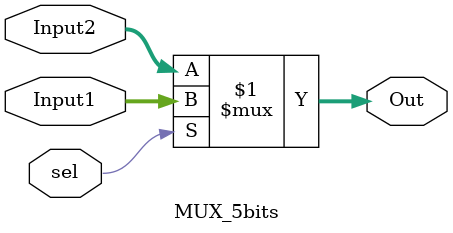
<source format=v>
`timescale 1ns / 1ps


module MUX_5bits(
    input [4:0] Input1,
    input [4:0] Input2,
    input sel,
    output [4:0] Out
    );
    assign Out = sel ? Input1 : Input2;
endmodule

</source>
